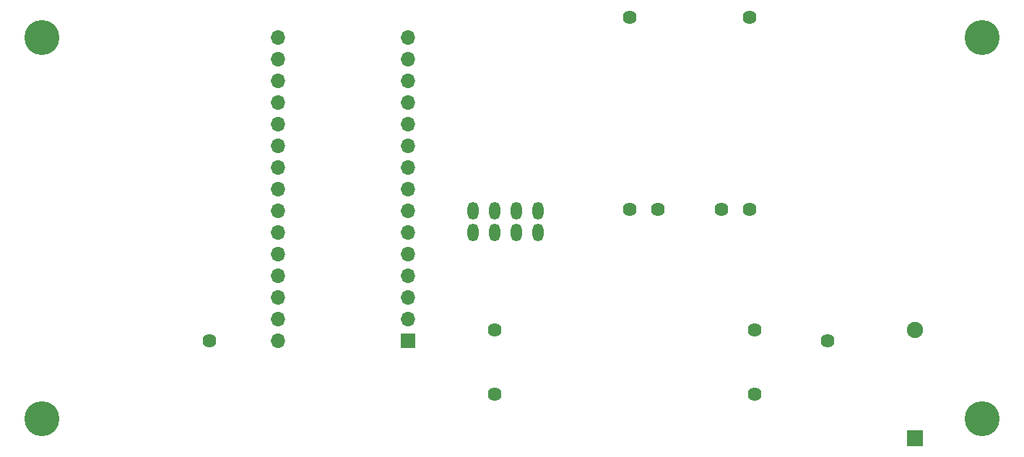
<source format=gbr>
%TF.GenerationSoftware,KiCad,Pcbnew,5.1.6-c6e7f7d~87~ubuntu18.04.1*%
%TF.CreationDate,2020-09-20T23:53:53-07:00*%
%TF.ProjectId,cad,6361642e-6b69-4636-9164-5f7063625858,rev?*%
%TF.SameCoordinates,Original*%
%TF.FileFunction,Soldermask,Bot*%
%TF.FilePolarity,Negative*%
%FSLAX46Y46*%
G04 Gerber Fmt 4.6, Leading zero omitted, Abs format (unit mm)*
G04 Created by KiCad (PCBNEW 5.1.6-c6e7f7d~87~ubuntu18.04.1) date 2020-09-20 23:53:53*
%MOMM*%
%LPD*%
G01*
G04 APERTURE LIST*
%ADD10O,1.900000X1.900000*%
%ADD11R,1.900000X1.900000*%
%ADD12C,1.624000*%
%ADD13C,4.100000*%
%ADD14O,1.300000X2.100000*%
%ADD15O,1.700000X1.700000*%
%ADD16R,1.700000X1.700000*%
G04 APERTURE END LIST*
D10*
%TO.C,D1*%
X200406000Y-113030000D03*
D11*
X200406000Y-125730000D03*
%TD*%
D12*
%TO.C,U4*%
X190174000Y-114300000D03*
X117674000Y-114300000D03*
%TD*%
D13*
%TO.C,REF\u002A\u002A*%
X208280000Y-123444000D03*
%TD*%
%TO.C,REF\u002A\u002A*%
X208280000Y-78740000D03*
%TD*%
%TO.C,REF\u002A\u002A*%
X98044000Y-123444000D03*
%TD*%
%TO.C,REF\u002A\u002A*%
X98044000Y-78740000D03*
%TD*%
D14*
%TO.C,U1*%
X156210000Y-101600000D03*
X156210000Y-99060000D03*
X153670000Y-101600000D03*
X153670000Y-99060000D03*
X151130000Y-101600000D03*
X151130000Y-99060000D03*
X148590000Y-101600000D03*
X148590000Y-99060000D03*
%TD*%
D12*
%TO.C,U3*%
X151120000Y-120590000D03*
X151120000Y-113090000D03*
X181620000Y-120590000D03*
X181620000Y-113090000D03*
%TD*%
%TO.C,U2*%
X170240000Y-98900000D03*
X166990000Y-98900000D03*
X177740000Y-98900000D03*
X180990000Y-98900000D03*
X180990000Y-76400000D03*
X166990000Y-76400000D03*
%TD*%
D15*
%TO.C,A1*%
X125730000Y-78740000D03*
X140970000Y-78740000D03*
X125730000Y-114300000D03*
X140970000Y-81280000D03*
X125730000Y-111760000D03*
X140970000Y-83820000D03*
X125730000Y-109220000D03*
X140970000Y-86360000D03*
X125730000Y-106680000D03*
X140970000Y-88900000D03*
X125730000Y-104140000D03*
X140970000Y-91440000D03*
X125730000Y-101600000D03*
X140970000Y-93980000D03*
X125730000Y-99060000D03*
X140970000Y-96520000D03*
X125730000Y-96520000D03*
X140970000Y-99060000D03*
X125730000Y-93980000D03*
X140970000Y-101600000D03*
X125730000Y-91440000D03*
X140970000Y-104140000D03*
X125730000Y-88900000D03*
X140970000Y-106680000D03*
X125730000Y-86360000D03*
X140970000Y-109220000D03*
X125730000Y-83820000D03*
X140970000Y-111760000D03*
X125730000Y-81280000D03*
D16*
X140970000Y-114300000D03*
%TD*%
M02*

</source>
